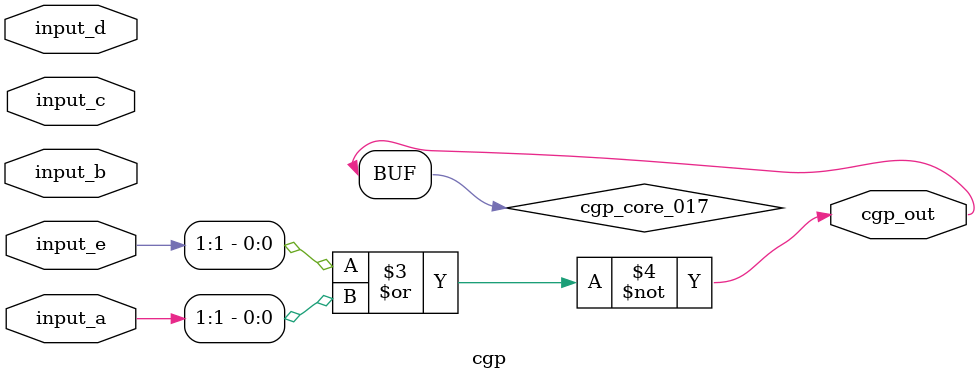
<source format=v>
module cgp(input [1:0] input_a, input [1:0] input_b, input [1:0] input_c, input [1:0] input_d, input [1:0] input_e, output [0:0] cgp_out);
  wire cgp_core_013;
  wire cgp_core_015;
  wire cgp_core_017;
  wire cgp_core_019;
  wire cgp_core_020;
  wire cgp_core_021;
  wire cgp_core_026_not;
  wire cgp_core_028;
  wire cgp_core_029;
  wire cgp_core_034;
  wire cgp_core_036;
  wire cgp_core_037_not;
  wire cgp_core_038;
  wire cgp_core_039;
  wire cgp_core_040;
  wire cgp_core_041;
  wire cgp_core_042;
  wire cgp_core_043;
  wire cgp_core_045;
  wire cgp_core_046;
  wire cgp_core_047;
  wire cgp_core_049;
  wire cgp_core_050;
  wire cgp_core_051;
  wire cgp_core_052;
  wire cgp_core_053;
  wire cgp_core_054;

  assign cgp_core_013 = input_b[1] ^ input_b[1];
  assign cgp_core_015 = input_a[0] ^ input_d[1];
  assign cgp_core_017 = ~(input_e[1] | input_a[1]);
  assign cgp_core_019 = input_b[0] ^ input_a[0];
  assign cgp_core_020 = ~(input_b[0] | input_d[0]);
  assign cgp_core_021 = input_b[0] & input_a[1];
  assign cgp_core_026_not = ~input_b[0];
  assign cgp_core_028 = input_b[0] & input_a[0];
  assign cgp_core_029 = input_d[1] & input_d[0];
  assign cgp_core_034 = input_d[1] ^ input_b[1];
  assign cgp_core_036 = ~input_e[1];
  assign cgp_core_037_not = ~input_b[1];
  assign cgp_core_038 = input_e[0] & input_c[0];
  assign cgp_core_039 = input_d[0] | input_d[1];
  assign cgp_core_040 = ~input_a[1];
  assign cgp_core_041 = input_d[1] & input_e[1];
  assign cgp_core_042 = ~(input_b[0] | input_b[1]);
  assign cgp_core_043 = ~input_e[1];
  assign cgp_core_045 = input_d[1] ^ input_c[1];
  assign cgp_core_046 = ~(input_e[1] & input_a[0]);
  assign cgp_core_047 = input_e[0] ^ input_d[1];
  assign cgp_core_049 = ~input_a[1];
  assign cgp_core_050 = input_e[1] | input_d[1];
  assign cgp_core_051 = ~(input_d[1] ^ input_a[0]);
  assign cgp_core_052 = ~input_b[1];
  assign cgp_core_053 = input_e[1] ^ input_c[1];
  assign cgp_core_054 = ~input_c[0];

  assign cgp_out[0] = cgp_core_017;
endmodule
</source>
